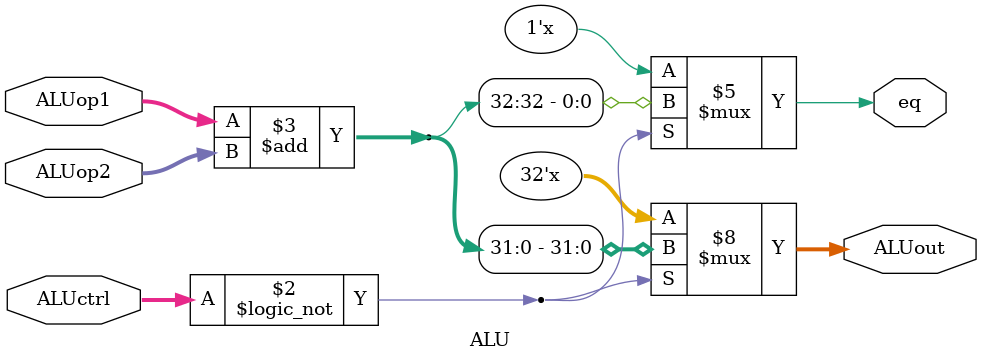
<source format=sv>
module  ALU #(
    parameter       DATA_WIDTH = 32
)(
    input   logic[DATA_WIDTH-1:0]       ALUop1, ALUop2,
    input   logic[2:0]                  ALUctrl,
    output  logic[DATA_WIDTH-1:0]       ALUout,
    output  logic                       eq
);

always_comb begin
    if(ALUctrl == 0)
        {eq, ALUout} = ALUop1 + ALUop2;
end

endmodule

</source>
